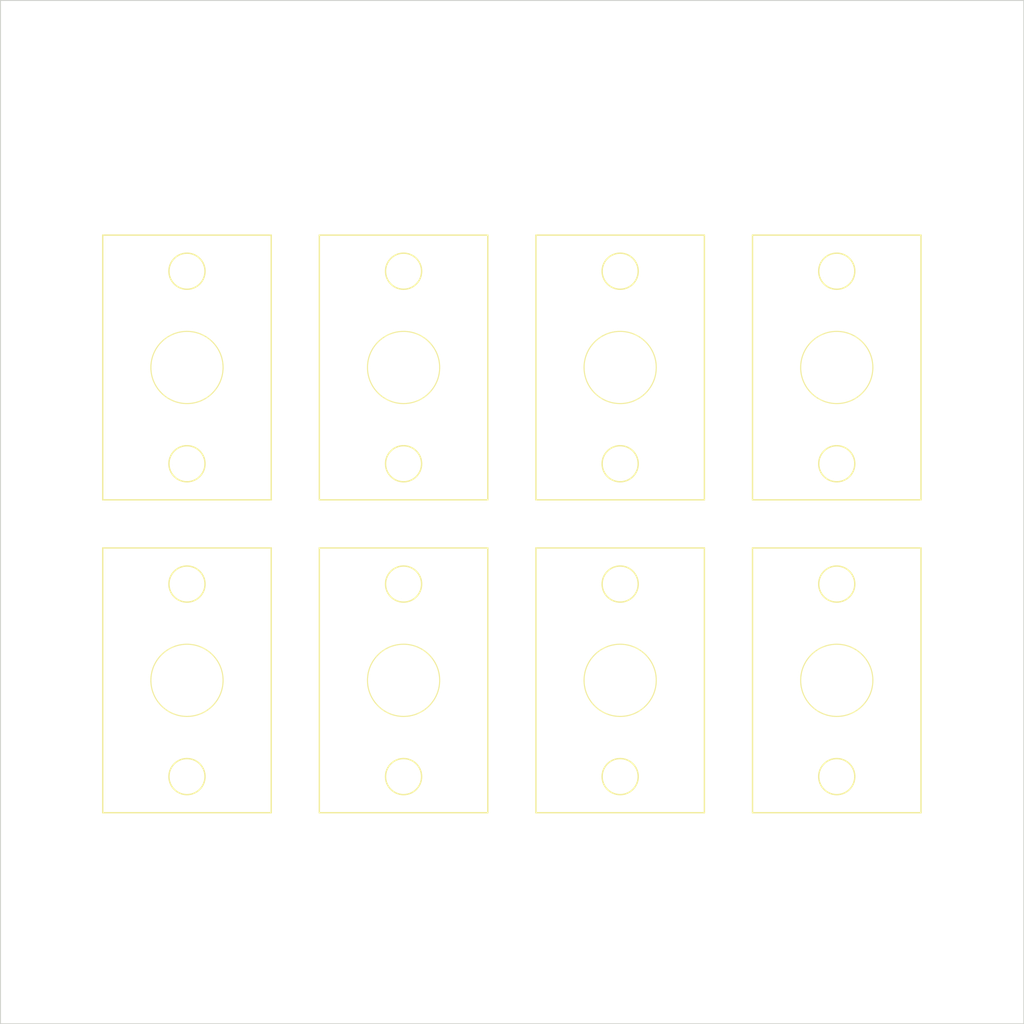
<source format=kicad_pcb>
(kicad_pcb (version 20171130) (host pcbnew "(5.1.10)-1")

  (general
    (thickness 1.6)
    (drawings 56)
    (tracks 0)
    (zones 0)
    (modules 28)
    (nets 1)
  )

  (page A4)
  (layers
    (0 F.Cu signal)
    (31 B.Cu signal)
    (32 B.Adhes user)
    (33 F.Adhes user)
    (34 B.Paste user)
    (35 F.Paste user)
    (36 B.SilkS user)
    (37 F.SilkS user)
    (38 B.Mask user)
    (39 F.Mask user)
    (40 Dwgs.User user)
    (41 Cmts.User user)
    (42 Eco1.User user)
    (43 Eco2.User user)
    (44 Edge.Cuts user)
    (45 Margin user)
    (46 B.CrtYd user)
    (47 F.CrtYd user)
    (48 B.Fab user)
    (49 F.Fab user)
  )

  (setup
    (last_trace_width 0.25)
    (trace_clearance 0.2)
    (zone_clearance 0.508)
    (zone_45_only no)
    (trace_min 0.2)
    (via_size 0.8)
    (via_drill 0.4)
    (via_min_size 0.4)
    (via_min_drill 0.3)
    (uvia_size 0.3)
    (uvia_drill 0.1)
    (uvias_allowed no)
    (uvia_min_size 0.2)
    (uvia_min_drill 0.1)
    (edge_width 0.1)
    (segment_width 0.2)
    (pcb_text_width 0.3)
    (pcb_text_size 1.5 1.5)
    (mod_edge_width 0.15)
    (mod_text_size 1 1)
    (mod_text_width 0.15)
    (pad_size 1.524 1.524)
    (pad_drill 0.762)
    (pad_to_mask_clearance 0)
    (aux_axis_origin 0 0)
    (grid_origin 101.6 162.56)
    (visible_elements 7FFFFFFF)
    (pcbplotparams
      (layerselection 0x010fc_ffffffff)
      (usegerberextensions false)
      (usegerberattributes true)
      (usegerberadvancedattributes true)
      (creategerberjobfile true)
      (excludeedgelayer true)
      (linewidth 0.100000)
      (plotframeref false)
      (viasonmask false)
      (mode 1)
      (useauxorigin false)
      (hpglpennumber 1)
      (hpglpenspeed 20)
      (hpglpendiameter 15.000000)
      (psnegative false)
      (psa4output false)
      (plotreference true)
      (plotvalue true)
      (plotinvisibletext false)
      (padsonsilk false)
      (subtractmaskfromsilk false)
      (outputformat 1)
      (mirror false)
      (drillshape 0)
      (scaleselection 1)
      (outputdirectory "gerberpannel/"))
  )

  (net 0 "")

  (net_class Default "This is the default net class."
    (clearance 0.2)
    (trace_width 0.25)
    (via_dia 0.8)
    (via_drill 0.4)
    (uvia_dia 0.3)
    (uvia_drill 0.1)
  )

  (module Mounting_Holes:MountingHole_3.5mm (layer F.Cu) (tedit 56D1B4CB) (tstamp 6135E590)
    (at 195.58 157.48)
    (descr "Mounting Hole 3.5mm, no annular")
    (tags "mounting hole 3.5mm no annular")
    (attr virtual)
    (fp_text reference REF** (at 0 -4.2) (layer F.SilkS) hide
      (effects (font (size 1 1) (thickness 0.15)))
    )
    (fp_text value MountingHole_3.5mm (at 0 4.2) (layer F.Fab)
      (effects (font (size 1 1) (thickness 0.15)))
    )
    (fp_circle (center 0 0) (end 3.75 0) (layer F.CrtYd) (width 0.05))
    (fp_circle (center 0 0) (end 3.5 0) (layer Cmts.User) (width 0.15))
    (fp_text user %R (at 0.3 0) (layer F.Fab)
      (effects (font (size 1 1) (thickness 0.15)))
    )
    (pad 1 np_thru_hole circle (at 0 0) (size 3.5 3.5) (drill 3.5) (layers *.Cu *.Mask))
  )

  (module Mounting_Holes:MountingHole_3.5mm (layer F.Cu) (tedit 56D1B4CB) (tstamp 6135E582)
    (at 106.68 157.48)
    (descr "Mounting Hole 3.5mm, no annular")
    (tags "mounting hole 3.5mm no annular")
    (attr virtual)
    (fp_text reference REF** (at 0 -4.2) (layer F.SilkS) hide
      (effects (font (size 1 1) (thickness 0.15)))
    )
    (fp_text value MountingHole_3.5mm (at 0 4.2) (layer F.Fab)
      (effects (font (size 1 1) (thickness 0.15)))
    )
    (fp_circle (center 0 0) (end 3.75 0) (layer F.CrtYd) (width 0.05))
    (fp_circle (center 0 0) (end 3.5 0) (layer Cmts.User) (width 0.15))
    (fp_text user %R (at 0.3 0) (layer F.Fab)
      (effects (font (size 1 1) (thickness 0.15)))
    )
    (pad 1 np_thru_hole circle (at 0 0) (size 3.5 3.5) (drill 3.5) (layers *.Cu *.Mask))
  )

  (module Mounting_Holes:MountingHole_3.5mm (layer F.Cu) (tedit 56D1B4CB) (tstamp 6135E59E)
    (at 195.58 68.58)
    (descr "Mounting Hole 3.5mm, no annular")
    (tags "mounting hole 3.5mm no annular")
    (attr virtual)
    (fp_text reference REF** (at 0 -4.2) (layer F.SilkS) hide
      (effects (font (size 1 1) (thickness 0.15)))
    )
    (fp_text value MountingHole_3.5mm (at 0 4.2) (layer F.Fab)
      (effects (font (size 1 1) (thickness 0.15)))
    )
    (fp_circle (center 0 0) (end 3.75 0) (layer F.CrtYd) (width 0.05))
    (fp_circle (center 0 0) (end 3.5 0) (layer Cmts.User) (width 0.15))
    (fp_text user %R (at 0.3 0) (layer F.Fab)
      (effects (font (size 1 1) (thickness 0.15)))
    )
    (pad 1 np_thru_hole circle (at 0 0) (size 3.5 3.5) (drill 3.5) (layers *.Cu *.Mask))
  )

  (module Mounting_Holes:MountingHole_3.5mm (layer F.Cu) (tedit 56D1B4CB) (tstamp 6135E574)
    (at 106.68 68.58)
    (descr "Mounting Hole 3.5mm, no annular")
    (tags "mounting hole 3.5mm no annular")
    (attr virtual)
    (fp_text reference REF** (at 0 -4.2) (layer F.SilkS) hide
      (effects (font (size 1 1) (thickness 0.15)))
    )
    (fp_text value MountingHole_3.5mm (at 0 4.2) (layer F.Fab)
      (effects (font (size 1 1) (thickness 0.15)))
    )
    (fp_circle (center 0 0) (end 3.75 0) (layer F.CrtYd) (width 0.05))
    (fp_circle (center 0 0) (end 3.5 0) (layer Cmts.User) (width 0.15))
    (fp_text user %R (at 0.3 0) (layer F.Fab)
      (effects (font (size 1 1) (thickness 0.15)))
    )
    (pad 1 np_thru_hole circle (at 0 0) (size 3.5 3.5) (drill 3.5) (layers *.Cu *.Mask))
  )

  (module Mounting_Holes:MountingHole_3.2mm_M3 (layer F.Cu) (tedit 56D1B4CB) (tstamp 6135E3E5)
    (at 116.84 120.65)
    (descr "Mounting Hole 3.2mm, no annular, M3")
    (tags "mounting hole 3.2mm no annular m3")
    (attr virtual)
    (fp_text reference REF** (at 0 -4.2) (layer F.SilkS) hide
      (effects (font (size 1 1) (thickness 0.15)))
    )
    (fp_text value MountingHole_3.2mm_M3 (at 0 4.2) (layer F.Fab)
      (effects (font (size 1 1) (thickness 0.15)))
    )
    (fp_circle (center 0 0) (end 3.45 0) (layer F.CrtYd) (width 0.05))
    (fp_circle (center 0 0) (end 3.2 0) (layer Cmts.User) (width 0.15))
    (fp_text user %R (at 0.3 0) (layer F.Fab)
      (effects (font (size 1 1) (thickness 0.15)))
    )
    (pad 1 np_thru_hole circle (at 0 0) (size 3.2 3.2) (drill 3.2) (layers *.Cu *.Mask))
  )

  (module Mounting_Holes:MountingHole_3.2mm_M3 (layer F.Cu) (tedit 56D1B4CB) (tstamp 6135E415)
    (at 116.84 140.97)
    (descr "Mounting Hole 3.2mm, no annular, M3")
    (tags "mounting hole 3.2mm no annular m3")
    (attr virtual)
    (fp_text reference REF** (at 0 -4.2) (layer F.SilkS) hide
      (effects (font (size 1 1) (thickness 0.15)))
    )
    (fp_text value MountingHole_3.2mm_M3 (at 0 4.2) (layer F.Fab)
      (effects (font (size 1 1) (thickness 0.15)))
    )
    (fp_circle (center 0 0) (end 3.2 0) (layer Cmts.User) (width 0.15))
    (fp_circle (center 0 0) (end 3.45 0) (layer F.CrtYd) (width 0.05))
    (fp_text user %R (at 0.3 0) (layer F.Fab)
      (effects (font (size 1 1) (thickness 0.15)))
    )
    (pad 1 np_thru_hole circle (at 0 0) (size 3.2 3.2) (drill 3.2) (layers *.Cu *.Mask))
  )

  (module Mounting_Holes:MountingHole_3.2mm_M3 (layer F.Cu) (tedit 56D1B4CB) (tstamp 6135E608)
    (at 139.7 140.97)
    (descr "Mounting Hole 3.2mm, no annular, M3")
    (tags "mounting hole 3.2mm no annular m3")
    (attr virtual)
    (fp_text reference REF** (at 0 -4.2) (layer F.SilkS) hide
      (effects (font (size 1 1) (thickness 0.15)))
    )
    (fp_text value MountingHole_3.2mm_M3 (at 0 4.2) (layer F.Fab)
      (effects (font (size 1 1) (thickness 0.15)))
    )
    (fp_circle (center 0 0) (end 3.45 0) (layer F.CrtYd) (width 0.05))
    (fp_circle (center 0 0) (end 3.2 0) (layer Cmts.User) (width 0.15))
    (fp_text user %R (at 0.3 0) (layer F.Fab)
      (effects (font (size 1 1) (thickness 0.15)))
    )
    (pad 1 np_thru_hole circle (at 0 0) (size 3.2 3.2) (drill 3.2) (layers *.Cu *.Mask))
  )

  (module Mounting_Holes:MountingHole_3.2mm_M3 (layer F.Cu) (tedit 56D1B4CB) (tstamp 6135E60F)
    (at 139.7 120.65)
    (descr "Mounting Hole 3.2mm, no annular, M3")
    (tags "mounting hole 3.2mm no annular m3")
    (attr virtual)
    (fp_text reference REF** (at 0 -4.2) (layer F.SilkS) hide
      (effects (font (size 1 1) (thickness 0.15)))
    )
    (fp_text value MountingHole_3.2mm_M3 (at 0 4.2) (layer F.Fab)
      (effects (font (size 1 1) (thickness 0.15)))
    )
    (fp_circle (center 0 0) (end 3.2 0) (layer Cmts.User) (width 0.15))
    (fp_circle (center 0 0) (end 3.45 0) (layer F.CrtYd) (width 0.05))
    (fp_text user %R (at 0.3 0) (layer F.Fab)
      (effects (font (size 1 1) (thickness 0.15)))
    )
    (pad 1 np_thru_hole circle (at 0 0) (size 3.2 3.2) (drill 3.2) (layers *.Cu *.Mask))
  )

  (module Mounting_Holes:MountingHole_3.2mm_M3 (layer F.Cu) (tedit 56D1B4CB) (tstamp 6135E641)
    (at 162.56 120.65)
    (descr "Mounting Hole 3.2mm, no annular, M3")
    (tags "mounting hole 3.2mm no annular m3")
    (attr virtual)
    (fp_text reference REF** (at 0 -4.2) (layer F.SilkS) hide
      (effects (font (size 1 1) (thickness 0.15)))
    )
    (fp_text value MountingHole_3.2mm_M3 (at 0 4.2) (layer F.Fab)
      (effects (font (size 1 1) (thickness 0.15)))
    )
    (fp_circle (center 0 0) (end 3.45 0) (layer F.CrtYd) (width 0.05))
    (fp_circle (center 0 0) (end 3.2 0) (layer Cmts.User) (width 0.15))
    (fp_text user %R (at 0.3 0) (layer F.Fab)
      (effects (font (size 1 1) (thickness 0.15)))
    )
    (pad 1 np_thru_hole circle (at 0 0) (size 3.2 3.2) (drill 3.2) (layers *.Cu *.Mask))
  )

  (module Mounting_Holes:MountingHole_3.2mm_M3 (layer F.Cu) (tedit 56D1B4CB) (tstamp 6135E648)
    (at 162.56 140.97)
    (descr "Mounting Hole 3.2mm, no annular, M3")
    (tags "mounting hole 3.2mm no annular m3")
    (attr virtual)
    (fp_text reference REF** (at 0 -4.2) (layer F.SilkS) hide
      (effects (font (size 1 1) (thickness 0.15)))
    )
    (fp_text value MountingHole_3.2mm_M3 (at 0 4.2) (layer F.Fab)
      (effects (font (size 1 1) (thickness 0.15)))
    )
    (fp_circle (center 0 0) (end 3.2 0) (layer Cmts.User) (width 0.15))
    (fp_circle (center 0 0) (end 3.45 0) (layer F.CrtYd) (width 0.05))
    (fp_text user %R (at 0.3 0) (layer F.Fab)
      (effects (font (size 1 1) (thickness 0.15)))
    )
    (pad 1 np_thru_hole circle (at 0 0) (size 3.2 3.2) (drill 3.2) (layers *.Cu *.Mask))
  )

  (module Mounting_Holes:MountingHole_3.2mm_M3 (layer F.Cu) (tedit 56D1B4CB) (tstamp 6135E7C8)
    (at 185.42 120.65)
    (descr "Mounting Hole 3.2mm, no annular, M3")
    (tags "mounting hole 3.2mm no annular m3")
    (attr virtual)
    (fp_text reference REF** (at 0 -4.2) (layer F.SilkS) hide
      (effects (font (size 1 1) (thickness 0.15)))
    )
    (fp_text value MountingHole_3.2mm_M3 (at 0 4.2) (layer F.Fab)
      (effects (font (size 1 1) (thickness 0.15)))
    )
    (fp_circle (center 0 0) (end 3.45 0) (layer F.CrtYd) (width 0.05))
    (fp_circle (center 0 0) (end 3.2 0) (layer Cmts.User) (width 0.15))
    (fp_text user %R (at 0.3 0) (layer F.Fab)
      (effects (font (size 1 1) (thickness 0.15)))
    )
    (pad 1 np_thru_hole circle (at 0 0) (size 3.2 3.2) (drill 3.2) (layers *.Cu *.Mask))
  )

  (module Mounting_Holes:MountingHole_3.2mm_M3 (layer F.Cu) (tedit 56D1B4CB) (tstamp 6135E7CF)
    (at 185.42 140.97)
    (descr "Mounting Hole 3.2mm, no annular, M3")
    (tags "mounting hole 3.2mm no annular m3")
    (attr virtual)
    (fp_text reference REF** (at 0 -4.2) (layer F.SilkS) hide
      (effects (font (size 1 1) (thickness 0.15)))
    )
    (fp_text value MountingHole_3.2mm_M3 (at 0 4.2) (layer F.Fab)
      (effects (font (size 1 1) (thickness 0.15)))
    )
    (fp_circle (center 0 0) (end 3.2 0) (layer Cmts.User) (width 0.15))
    (fp_circle (center 0 0) (end 3.45 0) (layer F.CrtYd) (width 0.05))
    (fp_text user %R (at 0.3 0) (layer F.Fab)
      (effects (font (size 1 1) (thickness 0.15)))
    )
    (pad 1 np_thru_hole circle (at 0 0) (size 3.2 3.2) (drill 3.2) (layers *.Cu *.Mask))
  )

  (module Mounting_Holes:MountingHole_3.2mm_M3 (layer F.Cu) (tedit 56D1B4CB) (tstamp 6135E814)
    (at 162.56 107.95)
    (descr "Mounting Hole 3.2mm, no annular, M3")
    (tags "mounting hole 3.2mm no annular m3")
    (attr virtual)
    (fp_text reference REF** (at 0 -4.2) (layer F.SilkS) hide
      (effects (font (size 1 1) (thickness 0.15)))
    )
    (fp_text value MountingHole_3.2mm_M3 (at 0 4.2) (layer F.Fab)
      (effects (font (size 1 1) (thickness 0.15)))
    )
    (fp_circle (center 0 0) (end 3.45 0) (layer F.CrtYd) (width 0.05))
    (fp_circle (center 0 0) (end 3.2 0) (layer Cmts.User) (width 0.15))
    (fp_text user %R (at 0.3 0) (layer F.Fab)
      (effects (font (size 1 1) (thickness 0.15)))
    )
    (pad 1 np_thru_hole circle (at 0 0) (size 3.2 3.2) (drill 3.2) (layers *.Cu *.Mask))
  )

  (module Mounting_Holes:MountingHole_3.2mm_M3 (layer F.Cu) (tedit 56D1B4CB) (tstamp 6135E82A)
    (at 185.42 87.63)
    (descr "Mounting Hole 3.2mm, no annular, M3")
    (tags "mounting hole 3.2mm no annular m3")
    (attr virtual)
    (fp_text reference REF** (at 0 -4.2) (layer F.SilkS) hide
      (effects (font (size 1 1) (thickness 0.15)))
    )
    (fp_text value MountingHole_3.2mm_M3 (at 0 4.2) (layer F.Fab)
      (effects (font (size 1 1) (thickness 0.15)))
    )
    (fp_circle (center 0 0) (end 3.2 0) (layer Cmts.User) (width 0.15))
    (fp_circle (center 0 0) (end 3.45 0) (layer F.CrtYd) (width 0.05))
    (fp_text user %R (at 0.3 0) (layer F.Fab)
      (effects (font (size 1 1) (thickness 0.15)))
    )
    (pad 1 np_thru_hole circle (at 0 0) (size 3.2 3.2) (drill 3.2) (layers *.Cu *.Mask))
  )

  (module Mounting_Holes:MountingHole_3.2mm_M3 (layer F.Cu) (tedit 56D1B4CB) (tstamp 6135E831)
    (at 185.42 107.95)
    (descr "Mounting Hole 3.2mm, no annular, M3")
    (tags "mounting hole 3.2mm no annular m3")
    (attr virtual)
    (fp_text reference REF** (at 0 -4.2) (layer F.SilkS) hide
      (effects (font (size 1 1) (thickness 0.15)))
    )
    (fp_text value MountingHole_3.2mm_M3 (at 0 4.2) (layer F.Fab)
      (effects (font (size 1 1) (thickness 0.15)))
    )
    (fp_circle (center 0 0) (end 3.45 0) (layer F.CrtYd) (width 0.05))
    (fp_circle (center 0 0) (end 3.2 0) (layer Cmts.User) (width 0.15))
    (fp_text user %R (at 0.3 0) (layer F.Fab)
      (effects (font (size 1 1) (thickness 0.15)))
    )
    (pad 1 np_thru_hole circle (at 0 0) (size 3.2 3.2) (drill 3.2) (layers *.Cu *.Mask))
  )

  (module Mounting_Holes:MountingHole_3.2mm_M3 (layer F.Cu) (tedit 56D1B4CB) (tstamp 6135E838)
    (at 116.84 107.95)
    (descr "Mounting Hole 3.2mm, no annular, M3")
    (tags "mounting hole 3.2mm no annular m3")
    (attr virtual)
    (fp_text reference REF** (at 0 -4.2) (layer F.SilkS) hide
      (effects (font (size 1 1) (thickness 0.15)))
    )
    (fp_text value MountingHole_3.2mm_M3 (at 0 4.2) (layer F.Fab)
      (effects (font (size 1 1) (thickness 0.15)))
    )
    (fp_circle (center 0 0) (end 3.45 0) (layer F.CrtYd) (width 0.05))
    (fp_circle (center 0 0) (end 3.2 0) (layer Cmts.User) (width 0.15))
    (fp_text user %R (at 0.3 0) (layer F.Fab)
      (effects (font (size 1 1) (thickness 0.15)))
    )
    (pad 1 np_thru_hole circle (at 0 0) (size 3.2 3.2) (drill 3.2) (layers *.Cu *.Mask))
  )

  (module Mounting_Holes:MountingHole_3.2mm_M3 (layer F.Cu) (tedit 56D1B4CB) (tstamp 6135E83F)
    (at 116.84 87.63)
    (descr "Mounting Hole 3.2mm, no annular, M3")
    (tags "mounting hole 3.2mm no annular m3")
    (attr virtual)
    (fp_text reference REF** (at 0 -4.2) (layer F.SilkS) hide
      (effects (font (size 1 1) (thickness 0.15)))
    )
    (fp_text value MountingHole_3.2mm_M3 (at 0 4.2) (layer F.Fab)
      (effects (font (size 1 1) (thickness 0.15)))
    )
    (fp_circle (center 0 0) (end 3.2 0) (layer Cmts.User) (width 0.15))
    (fp_circle (center 0 0) (end 3.45 0) (layer F.CrtYd) (width 0.05))
    (fp_text user %R (at 0.3 0) (layer F.Fab)
      (effects (font (size 1 1) (thickness 0.15)))
    )
    (pad 1 np_thru_hole circle (at 0 0) (size 3.2 3.2) (drill 3.2) (layers *.Cu *.Mask))
  )

  (module Mounting_Holes:MountingHole_3.2mm_M3 (layer F.Cu) (tedit 56D1B4CB) (tstamp 6135E846)
    (at 139.7 87.63)
    (descr "Mounting Hole 3.2mm, no annular, M3")
    (tags "mounting hole 3.2mm no annular m3")
    (attr virtual)
    (fp_text reference REF** (at 0 -4.2) (layer F.SilkS) hide
      (effects (font (size 1 1) (thickness 0.15)))
    )
    (fp_text value MountingHole_3.2mm_M3 (at 0 4.2) (layer F.Fab)
      (effects (font (size 1 1) (thickness 0.15)))
    )
    (fp_circle (center 0 0) (end 3.45 0) (layer F.CrtYd) (width 0.05))
    (fp_circle (center 0 0) (end 3.2 0) (layer Cmts.User) (width 0.15))
    (fp_text user %R (at 0.3 0) (layer F.Fab)
      (effects (font (size 1 1) (thickness 0.15)))
    )
    (pad 1 np_thru_hole circle (at 0 0) (size 3.2 3.2) (drill 3.2) (layers *.Cu *.Mask))
  )

  (module Mounting_Holes:MountingHole_3.2mm_M3 (layer F.Cu) (tedit 56D1B4CB) (tstamp 6135E84D)
    (at 162.56 87.63)
    (descr "Mounting Hole 3.2mm, no annular, M3")
    (tags "mounting hole 3.2mm no annular m3")
    (attr virtual)
    (fp_text reference REF** (at 0 -4.2) (layer F.SilkS) hide
      (effects (font (size 1 1) (thickness 0.15)))
    )
    (fp_text value MountingHole_3.2mm_M3 (at 0 4.2) (layer F.Fab)
      (effects (font (size 1 1) (thickness 0.15)))
    )
    (fp_circle (center 0 0) (end 3.2 0) (layer Cmts.User) (width 0.15))
    (fp_circle (center 0 0) (end 3.45 0) (layer F.CrtYd) (width 0.05))
    (fp_text user %R (at 0.3 0) (layer F.Fab)
      (effects (font (size 1 1) (thickness 0.15)))
    )
    (pad 1 np_thru_hole circle (at 0 0) (size 3.2 3.2) (drill 3.2) (layers *.Cu *.Mask))
  )

  (module Mounting_Holes:MountingHole_3.2mm_M3 (layer F.Cu) (tedit 56D1B4CB) (tstamp 6135E854)
    (at 139.7 107.95)
    (descr "Mounting Hole 3.2mm, no annular, M3")
    (tags "mounting hole 3.2mm no annular m3")
    (attr virtual)
    (fp_text reference REF** (at 0 -4.2) (layer F.SilkS) hide
      (effects (font (size 1 1) (thickness 0.15)))
    )
    (fp_text value MountingHole_3.2mm_M3 (at 0 4.2) (layer F.Fab)
      (effects (font (size 1 1) (thickness 0.15)))
    )
    (fp_circle (center 0 0) (end 3.2 0) (layer Cmts.User) (width 0.15))
    (fp_circle (center 0 0) (end 3.45 0) (layer F.CrtYd) (width 0.05))
    (fp_text user %R (at 0.3 0) (layer F.Fab)
      (effects (font (size 1 1) (thickness 0.15)))
    )
    (pad 1 np_thru_hole circle (at 0 0) (size 3.2 3.2) (drill 3.2) (layers *.Cu *.Mask))
  )

  (module Sebs:6.35mm (layer F.Cu) (tedit 6135EBD8) (tstamp 6135F5E8)
    (at 185.42 130.81)
    (fp_text reference REF** (at 0 -6.8) (layer F.SilkS) hide
      (effects (font (size 1 1) (thickness 0.15)))
    )
    (fp_text value 6.35mm (at 0 -5.4) (layer F.Fab)
      (effects (font (size 1 1) (thickness 0.15)))
    )
    (fp_circle (center 0 0) (end 3.81 0) (layer F.SilkS) (width 0.12))
    (pad "" np_thru_hole circle (at 0 0) (size 6.35 6.35) (drill 6.35) (layers *.Cu *.Mask))
  )

  (module Sebs:6.35mm (layer F.Cu) (tedit 6135EBD8) (tstamp 6135F5D5)
    (at 162.56 130.81)
    (fp_text reference REF** (at 0 -6.8) (layer F.SilkS) hide
      (effects (font (size 1 1) (thickness 0.15)))
    )
    (fp_text value 6.35mm (at 0 -5.4) (layer F.Fab)
      (effects (font (size 1 1) (thickness 0.15)))
    )
    (fp_circle (center 0 0) (end 3.81 0) (layer F.SilkS) (width 0.12))
    (pad "" np_thru_hole circle (at 0 0) (size 6.35 6.35) (drill 6.35) (layers *.Cu *.Mask))
  )

  (module Sebs:6.35mm (layer F.Cu) (tedit 6135EBD8) (tstamp 6135F5C2)
    (at 139.7 130.81)
    (fp_text reference REF** (at 0 -6.8) (layer F.SilkS) hide
      (effects (font (size 1 1) (thickness 0.15)))
    )
    (fp_text value 6.35mm (at 0 -5.4) (layer F.Fab)
      (effects (font (size 1 1) (thickness 0.15)))
    )
    (fp_circle (center 0 0) (end 3.81 0) (layer F.SilkS) (width 0.12))
    (pad "" np_thru_hole circle (at 0 0) (size 6.35 6.35) (drill 6.35) (layers *.Cu *.Mask))
  )

  (module Sebs:6.35mm (layer F.Cu) (tedit 6135EBD8) (tstamp 6135F59C)
    (at 185.42 97.79)
    (fp_text reference REF** (at 0 -6.8) (layer F.SilkS) hide
      (effects (font (size 1 1) (thickness 0.15)))
    )
    (fp_text value 6.35mm (at 0 -5.4) (layer F.Fab)
      (effects (font (size 1 1) (thickness 0.15)))
    )
    (fp_circle (center 0 0) (end 3.81 0) (layer F.SilkS) (width 0.12))
    (pad "" np_thru_hole circle (at 0 0) (size 6.35 6.35) (drill 6.35) (layers *.Cu *.Mask))
  )

  (module Sebs:6.35mm (layer F.Cu) (tedit 6135EBD8) (tstamp 6135F589)
    (at 162.56 97.79)
    (fp_text reference REF** (at 0 -6.8) (layer F.SilkS) hide
      (effects (font (size 1 1) (thickness 0.15)))
    )
    (fp_text value 6.35mm (at 0 -5.4) (layer F.Fab)
      (effects (font (size 1 1) (thickness 0.15)))
    )
    (fp_circle (center 0 0) (end 3.81 0) (layer F.SilkS) (width 0.12))
    (pad "" np_thru_hole circle (at 0 0) (size 6.35 6.35) (drill 6.35) (layers *.Cu *.Mask))
  )

  (module Sebs:6.35mm (layer F.Cu) (tedit 6135EBD8) (tstamp 6135F569)
    (at 139.7 97.79)
    (fp_text reference REF** (at 0 -6.8) (layer F.SilkS) hide
      (effects (font (size 1 1) (thickness 0.15)))
    )
    (fp_text value 6.35mm (at 0 -5.4) (layer F.Fab)
      (effects (font (size 1 1) (thickness 0.15)))
    )
    (fp_circle (center 0 0) (end 3.81 0) (layer F.SilkS) (width 0.12))
    (pad "" np_thru_hole circle (at 0 0) (size 6.35 6.35) (drill 6.35) (layers *.Cu *.Mask))
  )

  (module Sebs:6.35mm (layer F.Cu) (tedit 6135EBD8) (tstamp 6135F4FD)
    (at 116.84 97.79)
    (fp_text reference REF** (at 0 -6.8) (layer F.SilkS) hide
      (effects (font (size 1 1) (thickness 0.15)))
    )
    (fp_text value 6.35mm (at 0 -5.4) (layer F.Fab)
      (effects (font (size 1 1) (thickness 0.15)))
    )
    (fp_circle (center 0 0) (end 3.81 0) (layer F.SilkS) (width 0.12))
    (pad "" np_thru_hole circle (at 0 0) (size 6.35 6.35) (drill 6.35) (layers *.Cu *.Mask))
  )

  (module Sebs:6.35mm (layer F.Cu) (tedit 6135EBD8) (tstamp 6135F5AF)
    (at 116.84 130.81)
    (fp_text reference REF** (at 0 -6.8) (layer F.SilkS) hide
      (effects (font (size 1 1) (thickness 0.15)))
    )
    (fp_text value 6.35mm (at 0 -5.4) (layer F.Fab)
      (effects (font (size 1 1) (thickness 0.15)))
    )
    (fp_circle (center 0 0) (end 3.81 0) (layer F.SilkS) (width 0.12))
    (pad "" np_thru_hole circle (at 0 0) (size 6.35 6.35) (drill 6.35) (layers *.Cu *.Mask))
  )

  (gr_line (start 97.155 167.055) (end 205.155 167.055) (layer Edge.Cuts) (width 0.1) (tstamp 616C0EE0))
  (gr_line (start 97.155 59.055) (end 205.155 59.055) (layer Edge.Cuts) (width 0.1) (tstamp 616C0E9A))
  (gr_line (start 205.155 59.055) (end 205.155 167.055) (layer Edge.Cuts) (width 0.1) (tstamp 616C0E98))
  (gr_line (start 97.155 59.055) (end 97.155 167.055) (layer Edge.Cuts) (width 0.1) (tstamp 616C0E96))
  (gr_circle (center 116.84 107.95) (end 118.745 107.95) (layer F.SilkS) (width 0.15) (tstamp 6135F2F8))
  (gr_circle (center 116.84 87.63) (end 118.745 87.63) (layer F.SilkS) (width 0.15) (tstamp 6135F2F6))
  (gr_circle (center 139.7 87.63) (end 141.605 87.63) (layer F.SilkS) (width 0.15) (tstamp 6135F2F4))
  (gr_circle (center 139.7 107.95) (end 141.605 107.95) (layer F.SilkS) (width 0.15) (tstamp 6135F2F2))
  (gr_circle (center 162.56 107.95) (end 164.465 107.95) (layer F.SilkS) (width 0.15) (tstamp 6135F2F0))
  (gr_circle (center 162.56 87.63) (end 164.465 87.63) (layer F.SilkS) (width 0.15) (tstamp 6135F2EE))
  (gr_circle (center 185.42 87.63) (end 187.325 87.63) (layer F.SilkS) (width 0.15) (tstamp 6135F2EC))
  (gr_circle (center 185.42 107.95) (end 187.325 107.95) (layer F.SilkS) (width 0.15) (tstamp 6135F2EA))
  (gr_circle (center 185.42 140.97) (end 187.325 140.97) (layer F.SilkS) (width 0.15) (tstamp 6135F2E8))
  (gr_circle (center 185.42 120.65) (end 187.325 120.65) (layer F.SilkS) (width 0.15) (tstamp 6135F2E6))
  (gr_circle (center 162.56 120.65) (end 164.465 120.65) (layer F.SilkS) (width 0.15) (tstamp 6135F2E4))
  (gr_circle (center 162.56 140.97) (end 164.465 140.97) (layer F.SilkS) (width 0.15) (tstamp 6135F2E2))
  (gr_circle (center 139.7 140.97) (end 141.605 140.97) (layer F.SilkS) (width 0.15) (tstamp 6135F2E0))
  (gr_circle (center 139.7 120.65) (end 141.605 120.65) (layer F.SilkS) (width 0.15) (tstamp 6135F2DE))
  (gr_circle (center 116.84 140.97) (end 118.745 140.97) (layer F.SilkS) (width 0.15) (tstamp 6135F23F))
  (gr_circle (center 116.84 120.65) (end 118.745 120.65) (layer F.SilkS) (width 0.15))
  (gr_line (start 148.59 83.82) (end 148.59 111.76) (layer F.SilkS) (width 0.15) (tstamp 6135E829))
  (gr_line (start 148.59 111.76) (end 130.81 111.76) (layer F.SilkS) (width 0.15) (tstamp 6135E828))
  (gr_line (start 130.81 83.82) (end 148.59 83.82) (layer F.SilkS) (width 0.15) (tstamp 6135E826))
  (gr_line (start 130.81 111.76) (end 130.81 83.82) (layer F.SilkS) (width 0.15) (tstamp 6135E825))
  (gr_line (start 125.73 111.76) (end 107.95 111.76) (layer F.SilkS) (width 0.15) (tstamp 6135E824))
  (gr_line (start 125.73 83.82) (end 125.73 111.76) (layer F.SilkS) (width 0.15) (tstamp 6135E823))
  (gr_line (start 107.95 83.82) (end 125.73 83.82) (layer F.SilkS) (width 0.15) (tstamp 6135E821))
  (gr_line (start 107.95 111.76) (end 107.95 83.82) (layer F.SilkS) (width 0.15) (tstamp 6135E820))
  (gr_line (start 176.53 111.76) (end 176.53 83.82) (layer F.SilkS) (width 0.15) (tstamp 6135E81F))
  (gr_line (start 194.31 111.76) (end 176.53 111.76) (layer F.SilkS) (width 0.15) (tstamp 6135E81E))
  (gr_line (start 176.53 83.82) (end 194.31 83.82) (layer F.SilkS) (width 0.15) (tstamp 6135E81D))
  (gr_line (start 194.31 83.82) (end 194.31 111.76) (layer F.SilkS) (width 0.15) (tstamp 6135E81C))
  (gr_line (start 171.45 111.76) (end 153.67 111.76) (layer F.SilkS) (width 0.15) (tstamp 6135E812))
  (gr_line (start 153.67 111.76) (end 153.67 83.82) (layer F.SilkS) (width 0.15) (tstamp 6135E811))
  (gr_line (start 153.67 83.82) (end 171.45 83.82) (layer F.SilkS) (width 0.15) (tstamp 6135E810))
  (gr_line (start 171.45 83.82) (end 171.45 111.76) (layer F.SilkS) (width 0.15) (tstamp 6135E80F))
  (gr_line (start 194.31 116.84) (end 194.31 144.78) (layer F.SilkS) (width 0.15) (tstamp 6135E7C7))
  (gr_line (start 194.31 144.78) (end 176.53 144.78) (layer F.SilkS) (width 0.15) (tstamp 6135E7C6))
  (gr_line (start 176.53 116.84) (end 194.31 116.84) (layer F.SilkS) (width 0.15) (tstamp 6135E7C4))
  (gr_line (start 176.53 144.78) (end 176.53 116.84) (layer F.SilkS) (width 0.15) (tstamp 6135E7C3))
  (gr_line (start 171.45 116.84) (end 171.45 144.78) (layer F.SilkS) (width 0.15) (tstamp 6135E640))
  (gr_line (start 171.45 144.78) (end 153.67 144.78) (layer F.SilkS) (width 0.15) (tstamp 6135E63F))
  (gr_line (start 153.67 116.84) (end 171.45 116.84) (layer F.SilkS) (width 0.15) (tstamp 6135E63D))
  (gr_line (start 153.67 144.78) (end 153.67 116.84) (layer F.SilkS) (width 0.15) (tstamp 6135E63C))
  (gr_line (start 148.59 144.78) (end 130.81 144.78) (layer F.SilkS) (width 0.15) (tstamp 6135E607))
  (gr_line (start 148.59 116.84) (end 148.59 144.78) (layer F.SilkS) (width 0.15) (tstamp 6135E606))
  (gr_line (start 130.81 116.84) (end 148.59 116.84) (layer F.SilkS) (width 0.15) (tstamp 6135E604))
  (gr_line (start 130.81 144.78) (end 130.81 116.84) (layer F.SilkS) (width 0.15) (tstamp 6135E603))
  (gr_line (start 125.73 144.78) (end 107.95 144.78) (layer F.SilkS) (width 0.15) (tstamp 6135E54E))
  (gr_line (start 125.73 116.84) (end 125.73 144.78) (layer F.SilkS) (width 0.15) (tstamp 6135E549))
  (gr_line (start 107.95 144.78) (end 107.95 116.84) (layer F.SilkS) (width 0.15) (tstamp 6135E548))
  (gr_line (start 107.95 116.84) (end 125.73 116.84) (layer F.SilkS) (width 0.15) (tstamp 6135E4B8))
  (gr_line (start 200.66 63.5) (end 200.66 162.56) (layer Dwgs.User) (width 0.1) (tstamp 6135E406))
  (gr_line (start 101.6 63.5) (end 101.6 162.56) (layer Dwgs.User) (width 0.1) (tstamp 6135E3FF))
  (gr_line (start 101.6 162.56) (end 200.66 162.56) (layer Dwgs.User) (width 0.1) (tstamp 6135E3F6))
  (gr_line (start 101.6 63.5) (end 200.66 63.5) (layer Dwgs.User) (width 0.1))

)

</source>
